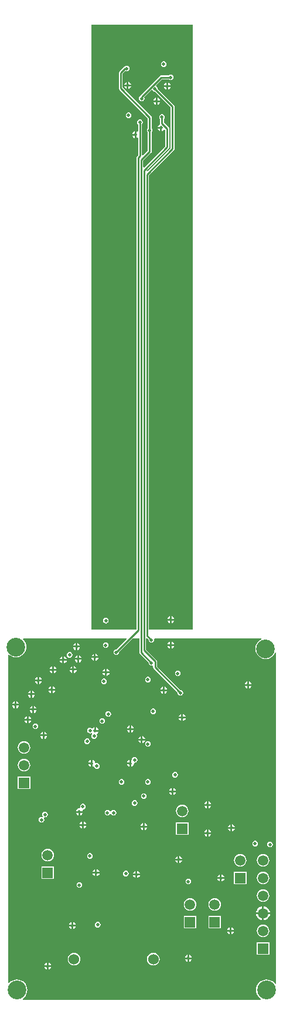
<source format=gbr>
%TF.GenerationSoftware,Altium Limited,Altium Designer,19.1.5 (86)*%
G04 Layer_Physical_Order=3*
G04 Layer_Color=16440176*
%FSLAX26Y26*%
%MOIN*%
%TF.FileFunction,Copper,L3,Inr,Signal*%
%TF.Part,Single*%
G01*
G75*
%TA.AperFunction,Conductor*%
%ADD36C,0.010000*%
%TA.AperFunction,ComponentPad*%
%ADD37R,0.059055X0.059055*%
%ADD38C,0.059055*%
%ADD39C,0.060000*%
%TA.AperFunction,ViaPad*%
%ADD40C,0.020000*%
%ADD41C,0.106299*%
G36*
X4717547Y3345000D02*
X4717255Y3344912D01*
X4706979Y3339419D01*
X4697972Y3332028D01*
X4690581Y3323021D01*
X4685088Y3312745D01*
X4681706Y3301595D01*
X4680564Y3290000D01*
X4681706Y3278405D01*
X4685088Y3267255D01*
X4690581Y3256979D01*
X4697972Y3247972D01*
X4706979Y3240581D01*
X4717255Y3235088D01*
X4728405Y3231706D01*
X4740000Y3230564D01*
X4751595Y3231706D01*
X4762745Y3235088D01*
X4773021Y3240581D01*
X4782028Y3247972D01*
X4789419Y3256979D01*
X4794912Y3267255D01*
X4795000Y3267547D01*
X4800000Y3266805D01*
Y1388187D01*
X4795000Y1386934D01*
X4794419Y1388021D01*
X4787028Y1397027D01*
X4778021Y1404419D01*
X4767745Y1409911D01*
X4756595Y1413294D01*
X4745000Y1414436D01*
X4733405Y1413294D01*
X4722255Y1409911D01*
X4711979Y1404419D01*
X4702972Y1397027D01*
X4695581Y1388021D01*
X4690088Y1377745D01*
X4686706Y1366595D01*
X4685564Y1355000D01*
X4686706Y1343405D01*
X4690088Y1332255D01*
X4695581Y1321979D01*
X4702972Y1312973D01*
X4711979Y1305581D01*
X4713066Y1305000D01*
X4711814Y1300000D01*
X3358186D01*
X3356934Y1305000D01*
X3358021Y1305581D01*
X3367028Y1312973D01*
X3374419Y1321979D01*
X3379912Y1332255D01*
X3383294Y1343405D01*
X3384436Y1355000D01*
X3383294Y1366595D01*
X3379912Y1377745D01*
X3374419Y1388021D01*
X3367028Y1397027D01*
X3358021Y1404419D01*
X3347745Y1409911D01*
X3336595Y1413294D01*
X3325000Y1414436D01*
X3313405Y1413294D01*
X3302255Y1409911D01*
X3291979Y1404419D01*
X3282972Y1397027D01*
X3280000Y1393406D01*
X3275000Y1395195D01*
Y3253944D01*
X3280000Y3256309D01*
X3286979Y3250581D01*
X3297255Y3245088D01*
X3308405Y3241706D01*
X3320000Y3240564D01*
X3331595Y3241706D01*
X3342745Y3245088D01*
X3353021Y3250581D01*
X3362028Y3257972D01*
X3369419Y3266979D01*
X3374912Y3277255D01*
X3378294Y3288405D01*
X3379436Y3300000D01*
X3378294Y3311595D01*
X3374912Y3322745D01*
X3369419Y3333021D01*
X3362028Y3342028D01*
X3358405Y3345000D01*
X3360195Y3350000D01*
X3947606D01*
X3949519Y3345381D01*
X3890377Y3286238D01*
X3890000Y3286314D01*
X3883757Y3285072D01*
X3878465Y3281535D01*
X3874928Y3276243D01*
X3873686Y3270000D01*
X3874928Y3263757D01*
X3878465Y3258465D01*
X3883757Y3254928D01*
X3890000Y3253686D01*
X3896243Y3254928D01*
X3901535Y3258465D01*
X3905072Y3263757D01*
X3906314Y3270000D01*
X3906238Y3270377D01*
X3985861Y3350000D01*
X4020785D01*
Y3268001D01*
X4020784Y3268000D01*
X4021638Y3263708D01*
X4024069Y3260069D01*
X4073762Y3210377D01*
X4073686Y3210000D01*
X4074928Y3203757D01*
X4078465Y3198465D01*
X4083757Y3194928D01*
X4090000Y3193686D01*
X4094784Y3194638D01*
X4099784Y3191739D01*
Y3184001D01*
X4099784Y3184000D01*
X4100638Y3179708D01*
X4103069Y3176069D01*
X4238762Y3040377D01*
X4238686Y3040000D01*
X4239928Y3033757D01*
X4243465Y3028465D01*
X4248757Y3024928D01*
X4255000Y3023686D01*
X4261243Y3024928D01*
X4266535Y3028465D01*
X4270072Y3033757D01*
X4271314Y3040000D01*
X4270072Y3046243D01*
X4266535Y3051535D01*
X4261243Y3055072D01*
X4255000Y3056314D01*
X4254623Y3056238D01*
X4122216Y3188646D01*
Y3218698D01*
X4122216Y3218698D01*
X4121362Y3222990D01*
X4118931Y3226629D01*
X4118930Y3226629D01*
X4059215Y3286344D01*
Y3349815D01*
X4064215Y3349923D01*
X4073762Y3340377D01*
X4073686Y3340000D01*
X4074928Y3333757D01*
X4078465Y3328465D01*
X4083757Y3324928D01*
X4090000Y3323686D01*
X4096243Y3324928D01*
X4101535Y3328465D01*
X4105072Y3333757D01*
X4106314Y3340000D01*
X4105319Y3345000D01*
X4108117Y3350000D01*
X4716805D01*
X4717547Y3345000D01*
D02*
G37*
G36*
X4325000Y3400000D02*
X4075215D01*
Y5974354D01*
X4217930Y6117069D01*
X4217931Y6117069D01*
X4220362Y6120708D01*
X4221216Y6125000D01*
X4221216Y6125001D01*
Y6364999D01*
X4221216Y6365000D01*
X4220362Y6369292D01*
X4217931Y6372931D01*
X4217930Y6372931D01*
X4126239Y6464623D01*
X4126314Y6465000D01*
X4125072Y6471243D01*
X4121535Y6476535D01*
X4117479Y6479245D01*
X4115994Y6484831D01*
X4149947Y6518784D01*
X4188251D01*
X4188465Y6518465D01*
X4193757Y6514928D01*
X4200000Y6513686D01*
X4206243Y6514928D01*
X4211535Y6518465D01*
X4215072Y6523757D01*
X4216314Y6530000D01*
X4215072Y6536243D01*
X4211535Y6541535D01*
X4206243Y6545072D01*
X4200000Y6546314D01*
X4193757Y6545072D01*
X4188465Y6541535D01*
X4188251Y6541216D01*
X4145302D01*
X4141010Y6540362D01*
X4137371Y6537931D01*
X4137371Y6537930D01*
X4027069Y6427629D01*
X4024638Y6423990D01*
X4024255Y6422063D01*
X4023465Y6421535D01*
X4019928Y6416243D01*
X4018686Y6410000D01*
X4019928Y6403757D01*
X4023465Y6398465D01*
X4028757Y6394928D01*
X4035000Y6393686D01*
X4041243Y6394928D01*
X4046535Y6398465D01*
X4050072Y6403757D01*
X4051314Y6410000D01*
X4050072Y6416243D01*
X4049004Y6417841D01*
X4090169Y6459006D01*
X4095755Y6457521D01*
X4098465Y6453465D01*
X4103757Y6449928D01*
X4110000Y6448686D01*
X4110377Y6448761D01*
X4198784Y6360354D01*
Y6129646D01*
X4067434Y5998295D01*
X4062009Y5999941D01*
X4061809Y6000948D01*
X4187930Y6127069D01*
X4187931Y6127069D01*
X4190362Y6130708D01*
X4191216Y6135000D01*
X4191216Y6135001D01*
Y6239698D01*
X4191216Y6239698D01*
X4190362Y6243990D01*
X4187931Y6247629D01*
X4161216Y6274344D01*
Y6293251D01*
X4161535Y6293465D01*
X4165072Y6298757D01*
X4166314Y6305000D01*
X4165072Y6311243D01*
X4161535Y6316535D01*
X4156243Y6320072D01*
X4150000Y6321314D01*
X4143757Y6320072D01*
X4138465Y6316535D01*
X4134928Y6311243D01*
X4133686Y6305000D01*
X4134928Y6298757D01*
X4138465Y6293465D01*
X4138784Y6293251D01*
Y6269699D01*
X4138784Y6269698D01*
X4138869Y6269270D01*
X4137196Y6263840D01*
X4130581Y6259419D01*
X4126160Y6252804D01*
X4125603Y6250000D01*
X4145000D01*
Y6245000D01*
X4150000D01*
Y6225603D01*
X4152804Y6226160D01*
X4159419Y6230581D01*
X4160203Y6231753D01*
X4166440Y6232631D01*
X4168784Y6230629D01*
Y6139646D01*
X4047835Y6018696D01*
X4043215Y6020610D01*
Y6057354D01*
X4087930Y6102069D01*
X4087931Y6102069D01*
X4090362Y6105708D01*
X4091216Y6110000D01*
X4091215Y6110001D01*
Y6218251D01*
X4091535Y6218465D01*
X4095072Y6223757D01*
X4096314Y6230000D01*
X4095072Y6236243D01*
X4091535Y6241535D01*
X4091215Y6241749D01*
Y6302752D01*
X4090362Y6307044D01*
X4087931Y6310682D01*
X4087930Y6310683D01*
X3926215Y6472398D01*
Y6550354D01*
X3941978Y6566117D01*
X3943757Y6564928D01*
X3950000Y6563686D01*
X3956243Y6564928D01*
X3961535Y6568465D01*
X3965072Y6573757D01*
X3966314Y6580000D01*
X3965072Y6586243D01*
X3961535Y6591535D01*
X3956243Y6595072D01*
X3950000Y6596314D01*
X3943757Y6595072D01*
X3938465Y6591535D01*
X3937983Y6590814D01*
X3935708Y6590362D01*
X3932069Y6587931D01*
X3932069Y6587930D01*
X3907069Y6562931D01*
X3904638Y6559292D01*
X3903784Y6555000D01*
X3903785Y6554999D01*
Y6467752D01*
X3903784Y6467752D01*
X3904638Y6463460D01*
X3907069Y6459821D01*
X4068785Y6298106D01*
Y6241749D01*
X4068465Y6241535D01*
X4064928Y6236243D01*
X4063686Y6230000D01*
X4064928Y6223757D01*
X4068465Y6218465D01*
X4068785Y6218251D01*
Y6114646D01*
X4041215Y6087077D01*
X4036215Y6089148D01*
Y6263251D01*
X4036535Y6263465D01*
X4040072Y6268757D01*
X4041314Y6275000D01*
X4040072Y6281243D01*
X4036535Y6286535D01*
X4031243Y6290072D01*
X4025000Y6291314D01*
X4018757Y6290072D01*
X4013465Y6286535D01*
X4009928Y6281243D01*
X4008686Y6275000D01*
X4009928Y6268757D01*
X4013465Y6263465D01*
X4013785Y6263251D01*
Y6225147D01*
X4009375Y6222790D01*
X4007804Y6223840D01*
X4005000Y6224397D01*
Y6205000D01*
Y6185603D01*
X4007804Y6186160D01*
X4009375Y6187210D01*
X4013785Y6184853D01*
Y6088646D01*
X4008069Y6082931D01*
X4005638Y6079292D01*
X4004784Y6075000D01*
X4004785Y6074999D01*
Y3400646D01*
X4004139Y3400000D01*
X3750000D01*
Y6830000D01*
X4325000D01*
Y3400000D01*
D02*
G37*
%LPC*%
G36*
X4205000Y3329397D02*
Y3315000D01*
X4219397D01*
X4218840Y3317804D01*
X4214419Y3324419D01*
X4207804Y3328840D01*
X4205000Y3329397D01*
D02*
G37*
G36*
X4195000D02*
X4192196Y3328840D01*
X4185581Y3324419D01*
X4181160Y3317804D01*
X4180603Y3315000D01*
X4195000D01*
Y3329397D01*
D02*
G37*
G36*
X3668718Y3321357D02*
Y3306960D01*
X3683115D01*
X3682557Y3309764D01*
X3678137Y3316379D01*
X3671521Y3320800D01*
X3668718Y3321357D01*
D02*
G37*
G36*
X3658718D02*
X3655914Y3320800D01*
X3649299Y3316379D01*
X3644878Y3309764D01*
X3644321Y3306960D01*
X3658718D01*
Y3321357D01*
D02*
G37*
G36*
X3830000Y3326314D02*
X3823757Y3325072D01*
X3818465Y3321535D01*
X3814928Y3316243D01*
X3813686Y3310000D01*
X3814928Y3303757D01*
X3818465Y3298465D01*
X3823757Y3294928D01*
X3830000Y3293686D01*
X3836243Y3294928D01*
X3841535Y3298465D01*
X3845072Y3303757D01*
X3846314Y3310000D01*
X3845072Y3316243D01*
X3841535Y3321535D01*
X3836243Y3325072D01*
X3830000Y3326314D01*
D02*
G37*
G36*
X4219397Y3305000D02*
X4205000D01*
Y3290603D01*
X4207804Y3291160D01*
X4214419Y3295581D01*
X4218840Y3302196D01*
X4219397Y3305000D01*
D02*
G37*
G36*
X4195000D02*
X4180603D01*
X4181160Y3302196D01*
X4185581Y3295581D01*
X4192196Y3291160D01*
X4195000Y3290603D01*
Y3305000D01*
D02*
G37*
G36*
X3683115Y3296960D02*
X3668718D01*
Y3282563D01*
X3671521Y3283120D01*
X3678137Y3287541D01*
X3682557Y3294157D01*
X3683115Y3296960D01*
D02*
G37*
G36*
X3658718D02*
X3644321D01*
X3644878Y3294157D01*
X3649299Y3287541D01*
X3655914Y3283120D01*
X3658718Y3282563D01*
Y3296960D01*
D02*
G37*
G36*
X3773317Y3261357D02*
Y3246960D01*
X3787714D01*
X3787157Y3249764D01*
X3782736Y3256379D01*
X3776121Y3260800D01*
X3773317Y3261357D01*
D02*
G37*
G36*
X3763317D02*
X3760514Y3260800D01*
X3753898Y3256379D01*
X3749477Y3249764D01*
X3748920Y3246960D01*
X3763317D01*
Y3261357D01*
D02*
G37*
G36*
X3625000Y3271314D02*
X3618757Y3270072D01*
X3613465Y3266535D01*
X3609928Y3261243D01*
X3608686Y3255000D01*
X3609928Y3248757D01*
X3613465Y3243465D01*
X3618757Y3239928D01*
X3625000Y3238686D01*
X3631243Y3239928D01*
X3636535Y3243465D01*
X3640072Y3248757D01*
X3641314Y3255000D01*
X3640072Y3261243D01*
X3636535Y3266535D01*
X3631243Y3270072D01*
X3625000Y3271314D01*
D02*
G37*
G36*
X3677912Y3251357D02*
Y3236960D01*
X3692309D01*
X3691752Y3239764D01*
X3687331Y3246379D01*
X3680716Y3250800D01*
X3677912Y3251357D01*
D02*
G37*
G36*
X3667912D02*
X3665108Y3250800D01*
X3658493Y3246379D01*
X3654072Y3239764D01*
X3653515Y3236960D01*
X3667912D01*
Y3251357D01*
D02*
G37*
G36*
X3593167Y3246357D02*
Y3231960D01*
X3607564D01*
X3607006Y3234764D01*
X3602586Y3241379D01*
X3595970Y3245800D01*
X3593167Y3246357D01*
D02*
G37*
G36*
X3583167D02*
X3580363Y3245800D01*
X3573747Y3241379D01*
X3569327Y3234764D01*
X3568769Y3231960D01*
X3583167D01*
Y3246357D01*
D02*
G37*
G36*
X3787714Y3236960D02*
X3773317D01*
Y3222563D01*
X3776121Y3223120D01*
X3782736Y3227541D01*
X3787157Y3234157D01*
X3787714Y3236960D01*
D02*
G37*
G36*
X3763317D02*
X3748920D01*
X3749477Y3234157D01*
X3753898Y3227541D01*
X3760514Y3223120D01*
X3763317Y3222563D01*
Y3236960D01*
D02*
G37*
G36*
X3692309Y3226960D02*
X3677912D01*
Y3212563D01*
X3680716Y3213120D01*
X3687331Y3217541D01*
X3691752Y3224157D01*
X3692309Y3226960D01*
D02*
G37*
G36*
X3667912D02*
X3653515D01*
X3654072Y3224157D01*
X3658493Y3217541D01*
X3665108Y3213120D01*
X3667912Y3212563D01*
Y3226960D01*
D02*
G37*
G36*
X3607564Y3221960D02*
X3593167D01*
Y3207563D01*
X3595970Y3208120D01*
X3602586Y3212541D01*
X3607006Y3219157D01*
X3607564Y3221960D01*
D02*
G37*
G36*
X3583167D02*
X3568769D01*
X3569327Y3219157D01*
X3573747Y3212541D01*
X3580363Y3208120D01*
X3583167Y3207563D01*
Y3221960D01*
D02*
G37*
G36*
X3650073Y3191357D02*
Y3176960D01*
X3664470D01*
X3663913Y3179764D01*
X3659492Y3186379D01*
X3652877Y3190800D01*
X3650073Y3191357D01*
D02*
G37*
G36*
X3640073D02*
X3637269Y3190800D01*
X3630654Y3186379D01*
X3626233Y3179764D01*
X3625676Y3176960D01*
X3640073D01*
Y3191357D01*
D02*
G37*
G36*
X3535000Y3189397D02*
Y3175000D01*
X3549397D01*
X3548840Y3177804D01*
X3544419Y3184419D01*
X3537804Y3188840D01*
X3535000Y3189397D01*
D02*
G37*
G36*
X3525000D02*
X3522196Y3188840D01*
X3515581Y3184419D01*
X3511160Y3177804D01*
X3510603Y3175000D01*
X3525000D01*
Y3189397D01*
D02*
G37*
G36*
X3836758Y3175371D02*
Y3160973D01*
X3851155D01*
X3850598Y3163777D01*
X3846177Y3170393D01*
X3839562Y3174813D01*
X3836758Y3175371D01*
D02*
G37*
G36*
X3826758D02*
X3823955Y3174813D01*
X3817339Y3170393D01*
X3812919Y3163777D01*
X3812361Y3160973D01*
X3826758D01*
Y3175371D01*
D02*
G37*
G36*
X3664470Y3166960D02*
X3650073D01*
Y3152563D01*
X3652877Y3153120D01*
X3659492Y3157541D01*
X3663913Y3164157D01*
X3664470Y3166960D01*
D02*
G37*
G36*
X3640073D02*
X3625676D01*
X3626233Y3164157D01*
X3630654Y3157541D01*
X3637269Y3153120D01*
X3640073Y3152563D01*
Y3166960D01*
D02*
G37*
G36*
X3549397Y3165000D02*
X3535000D01*
Y3150603D01*
X3537804Y3151160D01*
X3544419Y3155581D01*
X3548840Y3162196D01*
X3549397Y3165000D01*
D02*
G37*
G36*
X3525000D02*
X3510603D01*
X3511160Y3162196D01*
X3515581Y3155581D01*
X3522196Y3151160D01*
X3525000Y3150603D01*
Y3165000D01*
D02*
G37*
G36*
X3851155Y3150973D02*
X3836758D01*
Y3136576D01*
X3839562Y3137134D01*
X3846177Y3141554D01*
X3850598Y3148170D01*
X3851155Y3150973D01*
D02*
G37*
G36*
X3826758D02*
X3812361D01*
X3812919Y3148170D01*
X3817339Y3141554D01*
X3823955Y3137134D01*
X3826758Y3136576D01*
Y3150973D01*
D02*
G37*
G36*
X4240000Y3166314D02*
X4233757Y3165072D01*
X4228465Y3161535D01*
X4224928Y3156243D01*
X4223686Y3150000D01*
X4224928Y3143757D01*
X4228465Y3138465D01*
X4233757Y3134928D01*
X4240000Y3133686D01*
X4246243Y3134928D01*
X4251535Y3138465D01*
X4255072Y3143757D01*
X4256314Y3150000D01*
X4255072Y3156243D01*
X4251535Y3161535D01*
X4246243Y3165072D01*
X4240000Y3166314D01*
D02*
G37*
G36*
X3451758Y3128759D02*
Y3114362D01*
X3466155D01*
X3465598Y3117166D01*
X3461177Y3123781D01*
X3454562Y3128202D01*
X3451758Y3128759D01*
D02*
G37*
G36*
X3441758D02*
X3438955Y3128202D01*
X3432339Y3123781D01*
X3427919Y3117166D01*
X3427361Y3114362D01*
X3441758D01*
Y3128759D01*
D02*
G37*
G36*
X4070000Y3131314D02*
X4063757Y3130072D01*
X4058465Y3126535D01*
X4054928Y3121243D01*
X4053686Y3115000D01*
X4054928Y3108757D01*
X4058465Y3103465D01*
X4063757Y3099928D01*
X4070000Y3098686D01*
X4076243Y3099928D01*
X4081535Y3103465D01*
X4085072Y3108757D01*
X4086314Y3115000D01*
X4085072Y3121243D01*
X4081535Y3126535D01*
X4076243Y3130072D01*
X4070000Y3131314D01*
D02*
G37*
G36*
X4645000Y3104397D02*
Y3090000D01*
X4659397D01*
X4658840Y3092804D01*
X4654419Y3099419D01*
X4647804Y3103840D01*
X4645000Y3104397D01*
D02*
G37*
G36*
X4635000D02*
X4632196Y3103840D01*
X4625581Y3099419D01*
X4621160Y3092804D01*
X4620603Y3090000D01*
X4635000D01*
Y3104397D01*
D02*
G37*
G36*
X3466155Y3104362D02*
X3451758D01*
Y3089965D01*
X3454562Y3090522D01*
X3461177Y3094943D01*
X3465598Y3101558D01*
X3466155Y3104362D01*
D02*
G37*
G36*
X3441758D02*
X3427361D01*
X3427919Y3101558D01*
X3432339Y3094943D01*
X3438955Y3090522D01*
X3441758Y3089965D01*
Y3104362D01*
D02*
G37*
G36*
X3820000Y3121314D02*
X3813757Y3120072D01*
X3808465Y3116535D01*
X3804928Y3111243D01*
X3803686Y3105000D01*
X3804928Y3098757D01*
X3808465Y3093465D01*
X3813757Y3089928D01*
X3820000Y3088686D01*
X3826243Y3089928D01*
X3831535Y3093465D01*
X3835072Y3098757D01*
X3836314Y3105000D01*
X3835072Y3111243D01*
X3831535Y3116535D01*
X3826243Y3120072D01*
X3820000Y3121314D01*
D02*
G37*
G36*
X4659397Y3080000D02*
X4645000D01*
Y3065603D01*
X4647804Y3066160D01*
X4654419Y3070581D01*
X4658840Y3077196D01*
X4659397Y3080000D01*
D02*
G37*
G36*
X4635000D02*
X4620603D01*
X4621160Y3077196D01*
X4625581Y3070581D01*
X4632196Y3066160D01*
X4635000Y3065603D01*
Y3080000D01*
D02*
G37*
G36*
X3528215Y3077182D02*
Y3062784D01*
X3542612D01*
X3542055Y3065588D01*
X3537634Y3072204D01*
X3531019Y3076624D01*
X3528215Y3077182D01*
D02*
G37*
G36*
X3518215D02*
X3515411Y3076624D01*
X3508796Y3072204D01*
X3504375Y3065588D01*
X3503818Y3062784D01*
X3518215D01*
Y3077182D01*
D02*
G37*
G36*
X4165000Y3074397D02*
Y3060000D01*
X4179397D01*
X4178840Y3062804D01*
X4174419Y3069419D01*
X4167804Y3073840D01*
X4165000Y3074397D01*
D02*
G37*
G36*
X4155000D02*
X4152196Y3073840D01*
X4145581Y3069419D01*
X4141160Y3062804D01*
X4140603Y3060000D01*
X4155000D01*
Y3074397D01*
D02*
G37*
G36*
X3542612Y3052784D02*
X3528215D01*
Y3038387D01*
X3531019Y3038945D01*
X3537634Y3043365D01*
X3542055Y3049981D01*
X3542612Y3052784D01*
D02*
G37*
G36*
X3518215D02*
X3503818D01*
X3504375Y3049981D01*
X3508796Y3043365D01*
X3515411Y3038945D01*
X3518215Y3038387D01*
Y3052784D01*
D02*
G37*
G36*
X3411758Y3051357D02*
Y3036960D01*
X3426155D01*
X3425598Y3039764D01*
X3421177Y3046379D01*
X3414562Y3050800D01*
X3411758Y3051357D01*
D02*
G37*
G36*
X3401758D02*
X3398955Y3050800D01*
X3392339Y3046379D01*
X3387919Y3039764D01*
X3387361Y3036960D01*
X3401758D01*
Y3051357D01*
D02*
G37*
G36*
X4179397Y3050000D02*
X4165000D01*
Y3035603D01*
X4167804Y3036160D01*
X4174419Y3040581D01*
X4178840Y3047196D01*
X4179397Y3050000D01*
D02*
G37*
G36*
X4155000D02*
X4140603D01*
X4141160Y3047196D01*
X4145581Y3040581D01*
X4152196Y3036160D01*
X4155000Y3035603D01*
Y3050000D01*
D02*
G37*
G36*
X3426155Y3026960D02*
X3411758D01*
Y3012563D01*
X3414562Y3013120D01*
X3421177Y3017541D01*
X3425598Y3024157D01*
X3426155Y3026960D01*
D02*
G37*
G36*
X3401758D02*
X3387361D01*
X3387919Y3024157D01*
X3392339Y3017541D01*
X3398955Y3013120D01*
X3401758Y3012563D01*
Y3026960D01*
D02*
G37*
G36*
X3321758Y2991357D02*
Y2976960D01*
X3336155D01*
X3335598Y2979764D01*
X3331177Y2986379D01*
X3324562Y2990800D01*
X3321758Y2991357D01*
D02*
G37*
G36*
X3311758D02*
X3308955Y2990800D01*
X3302339Y2986379D01*
X3297919Y2979764D01*
X3297361Y2976960D01*
X3311758D01*
Y2991357D01*
D02*
G37*
G36*
X3336155Y2966960D02*
X3321758D01*
Y2952563D01*
X3324562Y2953120D01*
X3331177Y2957541D01*
X3335598Y2964157D01*
X3336155Y2966960D01*
D02*
G37*
G36*
X3311758D02*
X3297361D01*
X3297919Y2964157D01*
X3302339Y2957541D01*
X3308955Y2953120D01*
X3311758Y2952563D01*
Y2966960D01*
D02*
G37*
G36*
X3421723Y2964780D02*
Y2950383D01*
X3436120D01*
X3435562Y2953187D01*
X3431142Y2959802D01*
X3424526Y2964223D01*
X3421723Y2964780D01*
D02*
G37*
G36*
X3411723D02*
X3408919Y2964223D01*
X3402304Y2959802D01*
X3397883Y2953187D01*
X3397326Y2950383D01*
X3411723D01*
Y2964780D01*
D02*
G37*
G36*
X3436120Y2940383D02*
X3421723D01*
Y2925986D01*
X3424526Y2926544D01*
X3431142Y2930964D01*
X3435562Y2937580D01*
X3436120Y2940383D01*
D02*
G37*
G36*
X3411723D02*
X3397326D01*
X3397883Y2937580D01*
X3402304Y2930964D01*
X3408919Y2926544D01*
X3411723Y2925986D01*
Y2940383D01*
D02*
G37*
G36*
X4100000Y2951314D02*
X4093757Y2950072D01*
X4088465Y2946535D01*
X4084928Y2941243D01*
X4083686Y2935000D01*
X4084928Y2928757D01*
X4088465Y2923465D01*
X4093757Y2919928D01*
X4100000Y2918686D01*
X4106243Y2919928D01*
X4111535Y2923465D01*
X4115072Y2928757D01*
X4116314Y2935000D01*
X4115072Y2941243D01*
X4111535Y2946535D01*
X4106243Y2950072D01*
X4100000Y2951314D01*
D02*
G37*
G36*
X4270000Y2919397D02*
Y2905000D01*
X4284397D01*
X4283840Y2907804D01*
X4279419Y2914419D01*
X4272804Y2918840D01*
X4270000Y2919397D01*
D02*
G37*
G36*
X4260000D02*
X4257196Y2918840D01*
X4250581Y2914419D01*
X4246160Y2907804D01*
X4245603Y2905000D01*
X4260000D01*
Y2919397D01*
D02*
G37*
G36*
X3845000Y2936314D02*
X3838757Y2935072D01*
X3833465Y2931535D01*
X3829928Y2926243D01*
X3828686Y2920000D01*
X3829928Y2913757D01*
X3833465Y2908465D01*
X3838757Y2904928D01*
X3845000Y2903686D01*
X3851243Y2904928D01*
X3856535Y2908465D01*
X3860072Y2913757D01*
X3861314Y2920000D01*
X3860072Y2926243D01*
X3856535Y2931535D01*
X3851243Y2935072D01*
X3845000Y2936314D01*
D02*
G37*
G36*
X3391758Y2906357D02*
Y2891960D01*
X3406155D01*
X3405598Y2894764D01*
X3401177Y2901379D01*
X3394562Y2905800D01*
X3391758Y2906357D01*
D02*
G37*
G36*
X3381758D02*
X3378955Y2905800D01*
X3372339Y2901379D01*
X3367919Y2894764D01*
X3367361Y2891960D01*
X3381758D01*
Y2906357D01*
D02*
G37*
G36*
X4284397Y2895000D02*
X4270000D01*
Y2880603D01*
X4272804Y2881160D01*
X4279419Y2885581D01*
X4283840Y2892196D01*
X4284397Y2895000D01*
D02*
G37*
G36*
X4260000D02*
X4245603D01*
X4246160Y2892196D01*
X4250581Y2885581D01*
X4257196Y2881160D01*
X4260000Y2880603D01*
Y2895000D01*
D02*
G37*
G36*
X3406155Y2881960D02*
X3391758D01*
Y2867563D01*
X3394562Y2868120D01*
X3401177Y2872541D01*
X3405598Y2879157D01*
X3406155Y2881960D01*
D02*
G37*
G36*
X3381758D02*
X3367361D01*
X3367919Y2879157D01*
X3372339Y2872541D01*
X3378955Y2868120D01*
X3381758Y2867563D01*
Y2881960D01*
D02*
G37*
G36*
X3810000Y2896314D02*
X3803757Y2895072D01*
X3798465Y2891535D01*
X3794928Y2886243D01*
X3793686Y2880000D01*
X3794928Y2873757D01*
X3798465Y2868465D01*
X3803757Y2864928D01*
X3810000Y2863686D01*
X3816243Y2864928D01*
X3821535Y2868465D01*
X3825072Y2873757D01*
X3826314Y2880000D01*
X3825072Y2886243D01*
X3821535Y2891535D01*
X3816243Y2895072D01*
X3810000Y2896314D01*
D02*
G37*
G36*
X3975000Y2854397D02*
Y2840000D01*
X3989397D01*
X3988840Y2842804D01*
X3984419Y2849419D01*
X3977804Y2853840D01*
X3975000Y2854397D01*
D02*
G37*
G36*
X3965000D02*
X3962196Y2853840D01*
X3955581Y2849419D01*
X3951160Y2842804D01*
X3950603Y2840000D01*
X3965000D01*
Y2854397D01*
D02*
G37*
G36*
X3765000Y2844397D02*
X3762196Y2843840D01*
X3755581Y2839419D01*
X3755573Y2839409D01*
X3751857Y2837690D01*
X3749375Y2838682D01*
X3746664Y2840493D01*
X3745088Y2840806D01*
X3740421Y2841735D01*
X3734178Y2840493D01*
X3728886Y2836956D01*
X3725349Y2831664D01*
X3724108Y2825421D01*
X3725349Y2819178D01*
X3728886Y2813886D01*
X3734178Y2810349D01*
X3740421Y2809108D01*
X3746664Y2810349D01*
X3748907Y2811848D01*
X3751131Y2810532D01*
X3752157Y2804578D01*
X3749928Y2801243D01*
X3748686Y2795000D01*
X3749928Y2788757D01*
X3753465Y2783465D01*
X3758757Y2779928D01*
X3765000Y2778686D01*
X3771243Y2779928D01*
X3776535Y2783465D01*
X3780072Y2788757D01*
X3781314Y2795000D01*
X3780072Y2801243D01*
X3777414Y2805220D01*
X3777804Y2806160D01*
X3784419Y2810581D01*
X3788840Y2817196D01*
X3789397Y2820000D01*
X3770000D01*
Y2825000D01*
X3765000D01*
Y2844397D01*
D02*
G37*
G36*
X3430000Y2866314D02*
X3423757Y2865072D01*
X3418465Y2861535D01*
X3414928Y2856243D01*
X3413686Y2850000D01*
X3414928Y2843757D01*
X3418465Y2838465D01*
X3423757Y2834928D01*
X3430000Y2833686D01*
X3436243Y2834928D01*
X3441535Y2838465D01*
X3445072Y2843757D01*
X3446314Y2850000D01*
X3445072Y2856243D01*
X3441535Y2861535D01*
X3436243Y2865072D01*
X3430000Y2866314D01*
D02*
G37*
G36*
X3775000Y2844397D02*
Y2830000D01*
X3789397D01*
X3788840Y2832804D01*
X3784419Y2839419D01*
X3777804Y2843840D01*
X3775000Y2844397D01*
D02*
G37*
G36*
X3989397Y2830000D02*
X3975000D01*
Y2815603D01*
X3977804Y2816160D01*
X3984419Y2820581D01*
X3988840Y2827196D01*
X3989397Y2830000D01*
D02*
G37*
G36*
X3965000D02*
X3950603D01*
X3951160Y2827196D01*
X3955581Y2820581D01*
X3962196Y2816160D01*
X3965000Y2815603D01*
Y2830000D01*
D02*
G37*
G36*
X3482008Y2818244D02*
Y2803846D01*
X3496405D01*
X3495848Y2806650D01*
X3491427Y2813266D01*
X3484812Y2817686D01*
X3482008Y2818244D01*
D02*
G37*
G36*
X3472008D02*
X3469204Y2817686D01*
X3462589Y2813266D01*
X3458168Y2806650D01*
X3457611Y2803846D01*
X3472008D01*
Y2818244D01*
D02*
G37*
G36*
X4040000Y2794397D02*
Y2780000D01*
X4054397D01*
X4053840Y2782804D01*
X4049419Y2789419D01*
X4042804Y2793840D01*
X4040000Y2794397D01*
D02*
G37*
G36*
X4030000D02*
X4027196Y2793840D01*
X4020581Y2789419D01*
X4016160Y2782804D01*
X4015603Y2780000D01*
X4030000D01*
Y2794397D01*
D02*
G37*
G36*
X3496405Y2793846D02*
X3482008D01*
Y2779449D01*
X3484812Y2780007D01*
X3491427Y2784427D01*
X3495848Y2791043D01*
X3496405Y2793846D01*
D02*
G37*
G36*
X3472008D02*
X3457611D01*
X3458168Y2791043D01*
X3462589Y2784427D01*
X3469204Y2780007D01*
X3472008Y2779449D01*
Y2793846D01*
D02*
G37*
G36*
X4054397Y2770000D02*
X4040000D01*
Y2755603D01*
X4042804Y2756160D01*
X4049419Y2760581D01*
X4053840Y2767196D01*
X4054397Y2770000D01*
D02*
G37*
G36*
X4030000D02*
X4015603D01*
X4016160Y2767196D01*
X4020581Y2760581D01*
X4027196Y2756160D01*
X4030000Y2755603D01*
Y2770000D01*
D02*
G37*
G36*
X3725000Y2781314D02*
X3718757Y2780072D01*
X3713465Y2776535D01*
X3709928Y2771243D01*
X3708686Y2765000D01*
X3709928Y2758757D01*
X3713465Y2753465D01*
X3718757Y2749928D01*
X3725000Y2748686D01*
X3731243Y2749928D01*
X3736535Y2753465D01*
X3740072Y2758757D01*
X3741314Y2765000D01*
X3740072Y2771243D01*
X3736535Y2776535D01*
X3731243Y2780072D01*
X3725000Y2781314D01*
D02*
G37*
G36*
X4070000Y2766314D02*
X4063757Y2765072D01*
X4058465Y2761535D01*
X4054928Y2756243D01*
X4053686Y2750000D01*
X4054928Y2743757D01*
X4058465Y2738465D01*
X4063757Y2734928D01*
X4070000Y2733686D01*
X4076243Y2734928D01*
X4081535Y2738465D01*
X4085072Y2743757D01*
X4086314Y2750000D01*
X4085072Y2756243D01*
X4081535Y2761535D01*
X4076243Y2765072D01*
X4070000Y2766314D01*
D02*
G37*
G36*
X3365000Y2765834D02*
X3355726Y2764613D01*
X3347083Y2761033D01*
X3339662Y2755338D01*
X3333967Y2747917D01*
X3330387Y2739274D01*
X3329166Y2730000D01*
X3330387Y2720726D01*
X3333967Y2712083D01*
X3339662Y2704662D01*
X3347083Y2698967D01*
X3355726Y2695387D01*
X3365000Y2694166D01*
X3374274Y2695387D01*
X3382917Y2698967D01*
X3390338Y2704662D01*
X3396033Y2712083D01*
X3399613Y2720726D01*
X3400834Y2730000D01*
X3399613Y2739274D01*
X3396033Y2747917D01*
X3390338Y2755338D01*
X3382917Y2761033D01*
X3374274Y2764613D01*
X3365000Y2765834D01*
D02*
G37*
G36*
X3965000Y2659397D02*
X3962196Y2658840D01*
X3955581Y2654419D01*
X3951160Y2647804D01*
X3950603Y2645000D01*
X3965000D01*
Y2659397D01*
D02*
G37*
G36*
X3745000D02*
X3742196Y2658840D01*
X3735581Y2654419D01*
X3731160Y2647804D01*
X3730603Y2645000D01*
X3745000D01*
Y2659397D01*
D02*
G37*
G36*
X3995000Y2676314D02*
X3988757Y2675072D01*
X3983465Y2671535D01*
X3979928Y2666243D01*
X3979332Y2663245D01*
X3978192Y2659960D01*
X3975000Y2659704D01*
Y2640000D01*
Y2620603D01*
X3977804Y2621160D01*
X3984419Y2625581D01*
X3988840Y2632196D01*
X3990297Y2639524D01*
X3990994Y2641057D01*
X3993852Y2643915D01*
X3995000Y2643686D01*
X4001243Y2644928D01*
X4006535Y2648465D01*
X4010072Y2653757D01*
X4011314Y2660000D01*
X4010072Y2666243D01*
X4006535Y2671535D01*
X4001243Y2675072D01*
X3995000Y2676314D01*
D02*
G37*
G36*
X3965000Y2635000D02*
X3950603D01*
X3951160Y2632196D01*
X3955581Y2625581D01*
X3962196Y2621160D01*
X3965000Y2620603D01*
Y2635000D01*
D02*
G37*
G36*
X3745000D02*
X3730603D01*
X3731160Y2632196D01*
X3735581Y2625581D01*
X3742196Y2621160D01*
X3745000Y2620603D01*
Y2635000D01*
D02*
G37*
G36*
X3755000Y2659397D02*
Y2640000D01*
Y2620603D01*
X3757804Y2621160D01*
X3759171Y2622074D01*
X3764726Y2619773D01*
X3764928Y2618757D01*
X3768465Y2613465D01*
X3773757Y2609928D01*
X3780000Y2608686D01*
X3786243Y2609928D01*
X3791535Y2613465D01*
X3795072Y2618757D01*
X3796314Y2625000D01*
X3795072Y2631243D01*
X3791535Y2636535D01*
X3786243Y2640072D01*
X3780000Y2641314D01*
X3775172Y2640353D01*
X3770819Y2642483D01*
X3769718Y2643387D01*
X3768840Y2647804D01*
X3764419Y2654419D01*
X3757804Y2658840D01*
X3755000Y2659397D01*
D02*
G37*
G36*
X3365000Y2665834D02*
X3355726Y2664613D01*
X3347083Y2661033D01*
X3339662Y2655338D01*
X3333967Y2647917D01*
X3330387Y2639274D01*
X3329166Y2630000D01*
X3330387Y2620726D01*
X3333967Y2612083D01*
X3339662Y2604662D01*
X3347083Y2598967D01*
X3355726Y2595387D01*
X3365000Y2594166D01*
X3374274Y2595387D01*
X3382917Y2598967D01*
X3390338Y2604662D01*
X3396033Y2612083D01*
X3399613Y2620726D01*
X3400834Y2630000D01*
X3399613Y2639274D01*
X3396033Y2647917D01*
X3390338Y2655338D01*
X3382917Y2661033D01*
X3374274Y2664613D01*
X3365000Y2665834D01*
D02*
G37*
G36*
X4225000Y2591314D02*
X4218757Y2590072D01*
X4213465Y2586535D01*
X4209928Y2581243D01*
X4208686Y2575000D01*
X4209928Y2568757D01*
X4213465Y2563465D01*
X4218757Y2559928D01*
X4225000Y2558686D01*
X4231243Y2559928D01*
X4236535Y2563465D01*
X4240072Y2568757D01*
X4241314Y2575000D01*
X4240072Y2581243D01*
X4236535Y2586535D01*
X4231243Y2590072D01*
X4225000Y2591314D01*
D02*
G37*
G36*
X4070000Y2551314D02*
X4063757Y2550072D01*
X4058465Y2546535D01*
X4054928Y2541243D01*
X4053686Y2535000D01*
X4054928Y2528757D01*
X4058465Y2523465D01*
X4063757Y2519928D01*
X4070000Y2518686D01*
X4076243Y2519928D01*
X4081535Y2523465D01*
X4085072Y2528757D01*
X4086314Y2535000D01*
X4085072Y2541243D01*
X4081535Y2546535D01*
X4076243Y2550072D01*
X4070000Y2551314D01*
D02*
G37*
G36*
X3920000D02*
X3913757Y2550072D01*
X3908465Y2546535D01*
X3904928Y2541243D01*
X3903686Y2535000D01*
X3904928Y2528757D01*
X3908465Y2523465D01*
X3913757Y2519928D01*
X3920000Y2518686D01*
X3926243Y2519928D01*
X3931535Y2523465D01*
X3935072Y2528757D01*
X3936314Y2535000D01*
X3935072Y2541243D01*
X3931535Y2546535D01*
X3926243Y2550072D01*
X3920000Y2551314D01*
D02*
G37*
G36*
X3400528Y2565528D02*
X3329472D01*
Y2494472D01*
X3400528D01*
Y2565528D01*
D02*
G37*
G36*
X4215000Y2499397D02*
Y2485000D01*
X4229397D01*
X4228840Y2487804D01*
X4224419Y2494419D01*
X4217804Y2498840D01*
X4215000Y2499397D01*
D02*
G37*
G36*
X4205000D02*
X4202196Y2498840D01*
X4195581Y2494419D01*
X4191160Y2487804D01*
X4190603Y2485000D01*
X4205000D01*
Y2499397D01*
D02*
G37*
G36*
X4229397Y2475000D02*
X4215000D01*
Y2460603D01*
X4217804Y2461160D01*
X4224419Y2465581D01*
X4228840Y2472196D01*
X4229397Y2475000D01*
D02*
G37*
G36*
X4205000D02*
X4190603D01*
X4191160Y2472196D01*
X4195581Y2465581D01*
X4202196Y2461160D01*
X4205000Y2460603D01*
Y2475000D01*
D02*
G37*
G36*
X4046575Y2469738D02*
X4040332Y2468497D01*
X4035040Y2464960D01*
X4031503Y2459668D01*
X4030262Y2453425D01*
X4031503Y2447182D01*
X4035040Y2441890D01*
X4040332Y2438353D01*
X4046575Y2437111D01*
X4052818Y2438353D01*
X4058110Y2441890D01*
X4061647Y2447182D01*
X4062889Y2453425D01*
X4061647Y2459668D01*
X4058110Y2464960D01*
X4052818Y2468497D01*
X4046575Y2469738D01*
D02*
G37*
G36*
X4415000Y2424397D02*
Y2410000D01*
X4429397D01*
X4428840Y2412804D01*
X4424419Y2419419D01*
X4417804Y2423840D01*
X4415000Y2424397D01*
D02*
G37*
G36*
X4405000D02*
X4402196Y2423840D01*
X4395581Y2419419D01*
X4391160Y2412804D01*
X4390603Y2410000D01*
X4405000D01*
Y2424397D01*
D02*
G37*
G36*
X3995000Y2431314D02*
X3988757Y2430072D01*
X3983465Y2426535D01*
X3979928Y2421243D01*
X3978686Y2415000D01*
X3979928Y2408757D01*
X3983465Y2403465D01*
X3988757Y2399928D01*
X3995000Y2398686D01*
X4001243Y2399928D01*
X4006535Y2403465D01*
X4010072Y2408757D01*
X4011314Y2415000D01*
X4010072Y2421243D01*
X4006535Y2426535D01*
X4001243Y2430072D01*
X3995000Y2431314D01*
D02*
G37*
G36*
X4429397Y2400000D02*
X4415000D01*
Y2385603D01*
X4417804Y2386160D01*
X4424419Y2390581D01*
X4428840Y2397196D01*
X4429397Y2400000D01*
D02*
G37*
G36*
X4405000D02*
X4390603D01*
X4391160Y2397196D01*
X4395581Y2390581D01*
X4402196Y2386160D01*
X4405000Y2385603D01*
Y2400000D01*
D02*
G37*
G36*
X3700000Y2411314D02*
X3693757Y2410072D01*
X3688465Y2406535D01*
X3684928Y2401243D01*
X3683686Y2395000D01*
X3684773Y2389541D01*
X3683044Y2386849D01*
X3681342Y2385125D01*
X3680000Y2385392D01*
X3672196Y2383840D01*
X3665581Y2379419D01*
X3661160Y2372804D01*
X3660603Y2370000D01*
X3699397D01*
X3698840Y2372804D01*
X3698057Y2373975D01*
X3698959Y2376162D01*
X3700814Y2378848D01*
X3706243Y2379928D01*
X3711535Y2383465D01*
X3715072Y2388757D01*
X3716314Y2395000D01*
X3715072Y2401243D01*
X3711535Y2406535D01*
X3706243Y2410072D01*
X3700000Y2411314D01*
D02*
G37*
G36*
X3875000Y2376314D02*
X3868757Y2375072D01*
X3863465Y2371535D01*
X3860114Y2366521D01*
X3857977Y2366243D01*
X3857023D01*
X3854886Y2366521D01*
X3851535Y2371535D01*
X3846243Y2375072D01*
X3840000Y2376314D01*
X3833757Y2375072D01*
X3828465Y2371535D01*
X3824928Y2366243D01*
X3823686Y2360000D01*
X3824928Y2353757D01*
X3828465Y2348465D01*
X3833757Y2344928D01*
X3840000Y2343686D01*
X3846243Y2344928D01*
X3851535Y2348465D01*
X3854886Y2353479D01*
X3857023Y2353757D01*
X3857977D01*
X3860114Y2353479D01*
X3863465Y2348465D01*
X3868757Y2344928D01*
X3875000Y2343686D01*
X3881243Y2344928D01*
X3886535Y2348465D01*
X3890072Y2353757D01*
X3891314Y2360000D01*
X3890072Y2366243D01*
X3886535Y2371535D01*
X3881243Y2375072D01*
X3875000Y2376314D01*
D02*
G37*
G36*
X3699397Y2360000D02*
X3685000D01*
Y2345603D01*
X3687804Y2346160D01*
X3694419Y2350581D01*
X3698840Y2357196D01*
X3699397Y2360000D01*
D02*
G37*
G36*
X3675000D02*
X3660603D01*
X3661160Y2357196D01*
X3665581Y2350581D01*
X3672196Y2346160D01*
X3675000Y2345603D01*
Y2360000D01*
D02*
G37*
G36*
X3485000Y2366314D02*
X3478757Y2365072D01*
X3473465Y2361535D01*
X3469928Y2356243D01*
X3468686Y2350000D01*
X3469928Y2343757D01*
X3472646Y2339690D01*
X3469797Y2335359D01*
X3465000Y2336314D01*
X3458757Y2335072D01*
X3453465Y2331535D01*
X3449928Y2326243D01*
X3448686Y2320000D01*
X3449928Y2313757D01*
X3453465Y2308465D01*
X3458757Y2304928D01*
X3465000Y2303686D01*
X3471243Y2304928D01*
X3476535Y2308465D01*
X3480072Y2313757D01*
X3481314Y2320000D01*
X3480072Y2326243D01*
X3477354Y2330310D01*
X3480203Y2334641D01*
X3485000Y2333686D01*
X3491243Y2334928D01*
X3496535Y2338465D01*
X3500072Y2343757D01*
X3501314Y2350000D01*
X3500072Y2356243D01*
X3496535Y2361535D01*
X3491243Y2365072D01*
X3485000Y2366314D01*
D02*
G37*
G36*
X4265000Y2405834D02*
X4255725Y2404613D01*
X4247083Y2401033D01*
X4239662Y2395338D01*
X4233967Y2387917D01*
X4230387Y2379274D01*
X4229166Y2370000D01*
X4230387Y2360726D01*
X4233967Y2352083D01*
X4239662Y2344662D01*
X4247083Y2338967D01*
X4255725Y2335387D01*
X4265000Y2334166D01*
X4274275Y2335387D01*
X4282917Y2338967D01*
X4290338Y2344662D01*
X4296033Y2352083D01*
X4299613Y2360726D01*
X4300834Y2370000D01*
X4299613Y2379274D01*
X4296033Y2387917D01*
X4290338Y2395338D01*
X4282917Y2401033D01*
X4274275Y2404613D01*
X4265000Y2405834D01*
D02*
G37*
G36*
X3705000Y2309397D02*
Y2295000D01*
X3719397D01*
X3718840Y2297804D01*
X3714419Y2304419D01*
X3707804Y2308840D01*
X3705000Y2309397D01*
D02*
G37*
G36*
X3695000D02*
X3692196Y2308840D01*
X3685581Y2304419D01*
X3681160Y2297804D01*
X3680603Y2295000D01*
X3695000D01*
Y2309397D01*
D02*
G37*
G36*
X4051707Y2301105D02*
Y2286707D01*
X4066105D01*
X4065547Y2289511D01*
X4061127Y2296127D01*
X4054511Y2300547D01*
X4051707Y2301105D01*
D02*
G37*
G36*
X4041707D02*
X4038904Y2300547D01*
X4032288Y2296127D01*
X4027868Y2289511D01*
X4027310Y2286707D01*
X4041707D01*
Y2301105D01*
D02*
G37*
G36*
X4550000Y2294397D02*
Y2280000D01*
X4564397D01*
X4563840Y2282804D01*
X4559419Y2289419D01*
X4552804Y2293840D01*
X4550000Y2294397D01*
D02*
G37*
G36*
X4540000D02*
X4537196Y2293840D01*
X4530581Y2289419D01*
X4526160Y2282804D01*
X4525603Y2280000D01*
X4540000D01*
Y2294397D01*
D02*
G37*
G36*
X3719397Y2285000D02*
X3705000D01*
Y2270603D01*
X3707804Y2271160D01*
X3714419Y2275581D01*
X3718840Y2282196D01*
X3719397Y2285000D01*
D02*
G37*
G36*
X3695000D02*
X3680603D01*
X3681160Y2282196D01*
X3685581Y2275581D01*
X3692196Y2271160D01*
X3695000Y2270603D01*
Y2285000D01*
D02*
G37*
G36*
X4066105Y2276707D02*
X4051707D01*
Y2262310D01*
X4054511Y2262868D01*
X4061127Y2267288D01*
X4065547Y2273904D01*
X4066105Y2276707D01*
D02*
G37*
G36*
X4041707D02*
X4027310D01*
X4027868Y2273904D01*
X4032288Y2267288D01*
X4038904Y2262868D01*
X4041707Y2262310D01*
Y2276707D01*
D02*
G37*
G36*
X4564397Y2270000D02*
X4550000D01*
Y2255603D01*
X4552804Y2256160D01*
X4559419Y2260581D01*
X4563840Y2267196D01*
X4564397Y2270000D01*
D02*
G37*
G36*
X4540000D02*
X4525603D01*
X4526160Y2267196D01*
X4530581Y2260581D01*
X4537196Y2256160D01*
X4540000Y2255603D01*
Y2270000D01*
D02*
G37*
G36*
X4415000Y2264397D02*
Y2250000D01*
X4429397D01*
X4428840Y2252804D01*
X4424419Y2259419D01*
X4417804Y2263840D01*
X4415000Y2264397D01*
D02*
G37*
G36*
X4405000D02*
X4402196Y2263840D01*
X4395581Y2259419D01*
X4391160Y2252804D01*
X4390603Y2250000D01*
X4405000D01*
Y2264397D01*
D02*
G37*
G36*
X4300528Y2305528D02*
X4229472D01*
Y2234472D01*
X4300528D01*
Y2305528D01*
D02*
G37*
G36*
X4429397Y2240000D02*
X4415000D01*
Y2225603D01*
X4417804Y2226160D01*
X4424419Y2230581D01*
X4428840Y2237196D01*
X4429397Y2240000D01*
D02*
G37*
G36*
X4405000D02*
X4390603D01*
X4391160Y2237196D01*
X4395581Y2230581D01*
X4402196Y2226160D01*
X4405000Y2225603D01*
Y2240000D01*
D02*
G37*
G36*
X4680000Y2201314D02*
X4673757Y2200072D01*
X4668465Y2196535D01*
X4664928Y2191243D01*
X4663686Y2185000D01*
X4664928Y2178757D01*
X4668465Y2173465D01*
X4673757Y2169928D01*
X4680000Y2168686D01*
X4686243Y2169928D01*
X4691535Y2173465D01*
X4695072Y2178757D01*
X4696314Y2185000D01*
X4695072Y2191243D01*
X4691535Y2196535D01*
X4686243Y2200072D01*
X4680000Y2201314D01*
D02*
G37*
G36*
X4765000Y2196314D02*
X4758757Y2195072D01*
X4753465Y2191535D01*
X4749928Y2186243D01*
X4748686Y2180000D01*
X4749928Y2173757D01*
X4753465Y2168465D01*
X4758757Y2164928D01*
X4765000Y2163686D01*
X4771243Y2164928D01*
X4776535Y2168465D01*
X4780072Y2173757D01*
X4781314Y2180000D01*
X4780072Y2186243D01*
X4776535Y2191535D01*
X4771243Y2195072D01*
X4765000Y2196314D01*
D02*
G37*
G36*
X4250000Y2114397D02*
Y2100000D01*
X4264397D01*
X4263840Y2102804D01*
X4259419Y2109419D01*
X4252804Y2113840D01*
X4250000Y2114397D01*
D02*
G37*
G36*
X4240000D02*
X4237196Y2113840D01*
X4230581Y2109419D01*
X4226160Y2102804D01*
X4225603Y2100000D01*
X4240000D01*
Y2114397D01*
D02*
G37*
G36*
X3740000Y2131314D02*
X3733757Y2130072D01*
X3728465Y2126535D01*
X3724928Y2121243D01*
X3723686Y2115000D01*
X3724928Y2108757D01*
X3728465Y2103465D01*
X3733757Y2099928D01*
X3740000Y2098686D01*
X3746243Y2099928D01*
X3751535Y2103465D01*
X3755072Y2108757D01*
X3756314Y2115000D01*
X3755072Y2121243D01*
X3751535Y2126535D01*
X3746243Y2130072D01*
X3740000Y2131314D01*
D02*
G37*
G36*
X3500000Y2155834D02*
X3490726Y2154613D01*
X3482083Y2151033D01*
X3474662Y2145338D01*
X3468967Y2137917D01*
X3465387Y2129274D01*
X3464166Y2120000D01*
X3465387Y2110726D01*
X3468967Y2102083D01*
X3474662Y2094662D01*
X3482083Y2088967D01*
X3490726Y2085387D01*
X3500000Y2084166D01*
X3509274Y2085387D01*
X3517917Y2088967D01*
X3525338Y2094662D01*
X3531033Y2102083D01*
X3534613Y2110726D01*
X3535834Y2120000D01*
X3534613Y2129274D01*
X3531033Y2137917D01*
X3525338Y2145338D01*
X3517917Y2151033D01*
X3509274Y2154613D01*
X3500000Y2155834D01*
D02*
G37*
G36*
X4264397Y2090000D02*
X4250000D01*
Y2075603D01*
X4252804Y2076160D01*
X4259419Y2080581D01*
X4263840Y2087196D01*
X4264397Y2090000D01*
D02*
G37*
G36*
X4240000D02*
X4225603D01*
X4226160Y2087196D01*
X4230581Y2080581D01*
X4237196Y2076160D01*
X4240000Y2075603D01*
Y2090000D01*
D02*
G37*
G36*
X4725000Y2125834D02*
X4715725Y2124613D01*
X4707083Y2121033D01*
X4699662Y2115338D01*
X4693967Y2107917D01*
X4690387Y2099274D01*
X4689166Y2090000D01*
X4690387Y2080726D01*
X4693967Y2072083D01*
X4699662Y2064662D01*
X4707083Y2058967D01*
X4715725Y2055387D01*
X4725000Y2054166D01*
X4734275Y2055387D01*
X4742917Y2058967D01*
X4750338Y2064662D01*
X4756033Y2072083D01*
X4759613Y2080726D01*
X4760834Y2090000D01*
X4759613Y2099274D01*
X4756033Y2107917D01*
X4750338Y2115338D01*
X4742917Y2121033D01*
X4734275Y2124613D01*
X4725000Y2125834D01*
D02*
G37*
G36*
X4595000D02*
X4585725Y2124613D01*
X4577083Y2121033D01*
X4569662Y2115338D01*
X4563967Y2107917D01*
X4560387Y2099274D01*
X4559166Y2090000D01*
X4560387Y2080726D01*
X4563967Y2072083D01*
X4569662Y2064662D01*
X4577083Y2058967D01*
X4585725Y2055387D01*
X4595000Y2054166D01*
X4604275Y2055387D01*
X4612917Y2058967D01*
X4620338Y2064662D01*
X4626033Y2072083D01*
X4629613Y2080726D01*
X4630834Y2090000D01*
X4629613Y2099274D01*
X4626033Y2107917D01*
X4620338Y2115338D01*
X4612917Y2121033D01*
X4604275Y2124613D01*
X4595000Y2125834D01*
D02*
G37*
G36*
X3780000Y2039397D02*
Y2025000D01*
X3794397D01*
X3793840Y2027804D01*
X3789419Y2034419D01*
X3782804Y2038840D01*
X3780000Y2039397D01*
D02*
G37*
G36*
X3770000D02*
X3767196Y2038840D01*
X3760581Y2034419D01*
X3756160Y2027804D01*
X3755603Y2025000D01*
X3770000D01*
Y2039397D01*
D02*
G37*
G36*
X4010000Y2029397D02*
Y2015000D01*
X4024397D01*
X4023840Y2017804D01*
X4019419Y2024419D01*
X4012804Y2028840D01*
X4010000Y2029397D01*
D02*
G37*
G36*
X4000000D02*
X3997196Y2028840D01*
X3990581Y2024419D01*
X3986160Y2017804D01*
X3985603Y2015000D01*
X4000000D01*
Y2029397D01*
D02*
G37*
G36*
X3794397Y2015000D02*
X3780000D01*
Y2000603D01*
X3782804Y2001160D01*
X3789419Y2005581D01*
X3793840Y2012196D01*
X3794397Y2015000D01*
D02*
G37*
G36*
X3770000D02*
X3755603D01*
X3756160Y2012196D01*
X3760581Y2005581D01*
X3767196Y2001160D01*
X3770000Y2000603D01*
Y2015000D01*
D02*
G37*
G36*
X3945000Y2031313D02*
X3938757Y2030072D01*
X3933465Y2026535D01*
X3929928Y2021243D01*
X3928686Y2015000D01*
X3929928Y2008757D01*
X3933465Y2003465D01*
X3938757Y1999928D01*
X3945000Y1998687D01*
X3951243Y1999928D01*
X3956535Y2003465D01*
X3960072Y2008757D01*
X3961314Y2015000D01*
X3960072Y2021243D01*
X3956535Y2026535D01*
X3951243Y2030072D01*
X3945000Y2031313D01*
D02*
G37*
G36*
X4490000Y2009397D02*
Y1995000D01*
X4504397D01*
X4503840Y1997804D01*
X4499419Y2004419D01*
X4492804Y2008840D01*
X4490000Y2009397D01*
D02*
G37*
G36*
X4480000D02*
X4477196Y2008840D01*
X4470581Y2004419D01*
X4466160Y1997804D01*
X4465603Y1995000D01*
X4480000D01*
Y2009397D01*
D02*
G37*
G36*
X4024397Y2005000D02*
X4010000D01*
Y1990603D01*
X4012804Y1991160D01*
X4019419Y1995581D01*
X4023840Y2002196D01*
X4024397Y2005000D01*
D02*
G37*
G36*
X4000000D02*
X3985603D01*
X3986160Y2002196D01*
X3990581Y1995581D01*
X3997196Y1991160D01*
X4000000Y1990603D01*
Y2005000D01*
D02*
G37*
G36*
X3535528Y2055528D02*
X3464472D01*
Y1984473D01*
X3535528D01*
Y2055528D01*
D02*
G37*
G36*
X4504397Y1985000D02*
X4490000D01*
Y1970603D01*
X4492804Y1971160D01*
X4499419Y1975581D01*
X4503840Y1982196D01*
X4504397Y1985000D01*
D02*
G37*
G36*
X4480000D02*
X4465603D01*
X4466160Y1982196D01*
X4470581Y1975581D01*
X4477196Y1971160D01*
X4480000Y1970603D01*
Y1985000D01*
D02*
G37*
G36*
X4630528Y2025527D02*
X4559472D01*
Y1954473D01*
X4630528D01*
Y2025527D01*
D02*
G37*
G36*
X4725000Y2025834D02*
X4715725Y2024613D01*
X4707083Y2021033D01*
X4699662Y2015339D01*
X4693967Y2007917D01*
X4690387Y1999274D01*
X4689166Y1990000D01*
X4690387Y1980726D01*
X4693967Y1972083D01*
X4699662Y1964661D01*
X4707083Y1958967D01*
X4715725Y1955387D01*
X4725000Y1954166D01*
X4734275Y1955387D01*
X4742917Y1958967D01*
X4750338Y1964661D01*
X4756033Y1972083D01*
X4759613Y1980726D01*
X4760834Y1990000D01*
X4759613Y1999274D01*
X4756033Y2007917D01*
X4750338Y2015339D01*
X4742917Y2021033D01*
X4734275Y2024613D01*
X4725000Y2025834D01*
D02*
G37*
G36*
X4300000Y1986313D02*
X4293757Y1985072D01*
X4288465Y1981535D01*
X4284928Y1976243D01*
X4283686Y1970000D01*
X4284928Y1963757D01*
X4288465Y1958465D01*
X4293757Y1954928D01*
X4300000Y1953687D01*
X4306243Y1954928D01*
X4311535Y1958465D01*
X4315072Y1963757D01*
X4316314Y1970000D01*
X4315072Y1976243D01*
X4311535Y1981535D01*
X4306243Y1985072D01*
X4300000Y1986313D01*
D02*
G37*
G36*
X3680000Y1966313D02*
X3673757Y1965072D01*
X3668465Y1961535D01*
X3664928Y1956243D01*
X3663686Y1950000D01*
X3664928Y1943757D01*
X3668465Y1938465D01*
X3673757Y1934928D01*
X3680000Y1933687D01*
X3686243Y1934928D01*
X3691535Y1938465D01*
X3695072Y1943757D01*
X3696314Y1950000D01*
X3695072Y1956243D01*
X3691535Y1961535D01*
X3686243Y1965072D01*
X3680000Y1966313D01*
D02*
G37*
G36*
X4725000Y1925834D02*
X4715725Y1924613D01*
X4707083Y1921033D01*
X4699662Y1915339D01*
X4693967Y1907917D01*
X4690387Y1899274D01*
X4689166Y1890000D01*
X4690387Y1880726D01*
X4693967Y1872083D01*
X4699662Y1864661D01*
X4707083Y1858967D01*
X4715725Y1855387D01*
X4725000Y1854166D01*
X4734275Y1855387D01*
X4742917Y1858967D01*
X4750338Y1864661D01*
X4756033Y1872083D01*
X4759613Y1880726D01*
X4760834Y1890000D01*
X4759613Y1899274D01*
X4756033Y1907917D01*
X4750338Y1915339D01*
X4742917Y1921033D01*
X4734275Y1924613D01*
X4725000Y1925834D01*
D02*
G37*
G36*
X4450000Y1875834D02*
X4440725Y1874613D01*
X4432083Y1871033D01*
X4424662Y1865339D01*
X4418967Y1857917D01*
X4415387Y1849274D01*
X4414166Y1840000D01*
X4415387Y1830726D01*
X4418967Y1822083D01*
X4424662Y1814661D01*
X4432083Y1808967D01*
X4440725Y1805387D01*
X4450000Y1804166D01*
X4459275Y1805387D01*
X4467917Y1808967D01*
X4475338Y1814661D01*
X4481033Y1822083D01*
X4484613Y1830726D01*
X4485834Y1840000D01*
X4484613Y1849274D01*
X4481033Y1857917D01*
X4475338Y1865339D01*
X4467917Y1871033D01*
X4459275Y1874613D01*
X4450000Y1875834D01*
D02*
G37*
G36*
X4310000D02*
X4300725Y1874613D01*
X4292083Y1871033D01*
X4284662Y1865339D01*
X4278967Y1857917D01*
X4275387Y1849274D01*
X4274166Y1840000D01*
X4275387Y1830726D01*
X4278967Y1822083D01*
X4284662Y1814661D01*
X4292083Y1808967D01*
X4300725Y1805387D01*
X4310000Y1804166D01*
X4319275Y1805387D01*
X4327917Y1808967D01*
X4335338Y1814661D01*
X4341033Y1822083D01*
X4344613Y1830726D01*
X4345834Y1840000D01*
X4344613Y1849274D01*
X4341033Y1857917D01*
X4335338Y1865339D01*
X4327917Y1871033D01*
X4319275Y1874613D01*
X4310000Y1875834D01*
D02*
G37*
G36*
X4730000Y1829210D02*
Y1795000D01*
X4764210D01*
X4763510Y1800319D01*
X4759527Y1809934D01*
X4753191Y1818191D01*
X4744934Y1824527D01*
X4735319Y1828510D01*
X4730000Y1829210D01*
D02*
G37*
G36*
X4720000D02*
X4714681Y1828510D01*
X4705066Y1824527D01*
X4696809Y1818191D01*
X4690473Y1809934D01*
X4686490Y1800319D01*
X4685790Y1795000D01*
X4720000D01*
Y1829210D01*
D02*
G37*
G36*
X4764210Y1785000D02*
X4730000D01*
Y1750790D01*
X4735319Y1751490D01*
X4744934Y1755473D01*
X4753191Y1761809D01*
X4759527Y1770066D01*
X4763510Y1779681D01*
X4764210Y1785000D01*
D02*
G37*
G36*
X4720000D02*
X4685790D01*
X4686490Y1779681D01*
X4690473Y1770066D01*
X4696809Y1761809D01*
X4705066Y1755473D01*
X4714681Y1751490D01*
X4720000Y1750790D01*
Y1785000D01*
D02*
G37*
G36*
X3645000Y1739397D02*
Y1725000D01*
X3659397D01*
X3658840Y1727804D01*
X3654419Y1734419D01*
X3647804Y1738840D01*
X3645000Y1739397D01*
D02*
G37*
G36*
X3635000D02*
X3632196Y1738840D01*
X3625581Y1734419D01*
X3621160Y1727804D01*
X3620603Y1725000D01*
X3635000D01*
Y1739397D01*
D02*
G37*
G36*
X3785000Y1741313D02*
X3778757Y1740072D01*
X3773465Y1736535D01*
X3769928Y1731243D01*
X3768686Y1725000D01*
X3769928Y1718757D01*
X3773465Y1713465D01*
X3778757Y1709928D01*
X3785000Y1708687D01*
X3791243Y1709928D01*
X3796535Y1713465D01*
X3800072Y1718757D01*
X3801314Y1725000D01*
X3800072Y1731243D01*
X3796535Y1736535D01*
X3791243Y1740072D01*
X3785000Y1741313D01*
D02*
G37*
G36*
X4485528Y1775527D02*
X4414472D01*
Y1704473D01*
X4485528D01*
Y1775527D01*
D02*
G37*
G36*
X4345528D02*
X4274472D01*
Y1704473D01*
X4345528D01*
Y1775527D01*
D02*
G37*
G36*
X3659397Y1715000D02*
X3645000D01*
Y1700603D01*
X3647804Y1701160D01*
X3654419Y1705581D01*
X3658840Y1712196D01*
X3659397Y1715000D01*
D02*
G37*
G36*
X3635000D02*
X3620603D01*
X3621160Y1712196D01*
X3625581Y1705581D01*
X3632196Y1701160D01*
X3635000Y1700603D01*
Y1715000D01*
D02*
G37*
G36*
X4545000Y1709397D02*
Y1695000D01*
X4559397D01*
X4558840Y1697804D01*
X4554419Y1704419D01*
X4547804Y1708840D01*
X4545000Y1709397D01*
D02*
G37*
G36*
X4535000D02*
X4532196Y1708840D01*
X4525581Y1704419D01*
X4521160Y1697804D01*
X4520603Y1695000D01*
X4535000D01*
Y1709397D01*
D02*
G37*
G36*
X4559397Y1685000D02*
X4545000D01*
Y1670603D01*
X4547804Y1671160D01*
X4554419Y1675581D01*
X4558840Y1682196D01*
X4559397Y1685000D01*
D02*
G37*
G36*
X4535000D02*
X4520603D01*
X4521160Y1682196D01*
X4525581Y1675581D01*
X4532196Y1671160D01*
X4535000Y1670603D01*
Y1685000D01*
D02*
G37*
G36*
X4725000Y1725834D02*
X4715725Y1724613D01*
X4707083Y1721033D01*
X4699662Y1715339D01*
X4693967Y1707917D01*
X4690387Y1699274D01*
X4689166Y1690000D01*
X4690387Y1680726D01*
X4693967Y1672083D01*
X4699662Y1664661D01*
X4707083Y1658967D01*
X4715725Y1655387D01*
X4725000Y1654166D01*
X4734275Y1655387D01*
X4742917Y1658967D01*
X4750338Y1664661D01*
X4756033Y1672083D01*
X4759613Y1680726D01*
X4760834Y1690000D01*
X4759613Y1699274D01*
X4756033Y1707917D01*
X4750338Y1715339D01*
X4742917Y1721033D01*
X4734275Y1724613D01*
X4725000Y1725834D01*
D02*
G37*
G36*
X4760528Y1625527D02*
X4689472D01*
Y1554473D01*
X4760528D01*
Y1625527D01*
D02*
G37*
G36*
X4305000Y1554397D02*
Y1540000D01*
X4319397D01*
X4318840Y1542804D01*
X4314419Y1549419D01*
X4307804Y1553840D01*
X4305000Y1554397D01*
D02*
G37*
G36*
X4295000D02*
X4292196Y1553840D01*
X4285581Y1549419D01*
X4281160Y1542804D01*
X4280603Y1540000D01*
X4295000D01*
Y1554397D01*
D02*
G37*
G36*
X4319397Y1530000D02*
X4305000D01*
Y1515603D01*
X4307804Y1516160D01*
X4314419Y1520581D01*
X4318840Y1527196D01*
X4319397Y1530000D01*
D02*
G37*
G36*
X4295000D02*
X4280603D01*
X4281160Y1527196D01*
X4285581Y1520581D01*
X4292196Y1516160D01*
X4295000Y1515603D01*
Y1530000D01*
D02*
G37*
G36*
X3505000Y1509397D02*
Y1495000D01*
X3519397D01*
X3518840Y1497804D01*
X3514419Y1504419D01*
X3507804Y1508840D01*
X3505000Y1509397D01*
D02*
G37*
G36*
X3495000D02*
X3492196Y1508840D01*
X3485581Y1504419D01*
X3481160Y1497804D01*
X3480603Y1495000D01*
X3495000D01*
Y1509397D01*
D02*
G37*
G36*
X4100787Y1566311D02*
X4091390Y1565073D01*
X4082632Y1561446D01*
X4075112Y1555676D01*
X4069341Y1548155D01*
X4065714Y1539398D01*
X4064477Y1530000D01*
X4065714Y1520602D01*
X4069341Y1511845D01*
X4075112Y1504324D01*
X4082632Y1498554D01*
X4091390Y1494927D01*
X4100787Y1493689D01*
X4110185Y1494927D01*
X4118943Y1498554D01*
X4126463Y1504324D01*
X4132233Y1511845D01*
X4135861Y1520602D01*
X4137098Y1530000D01*
X4135861Y1539398D01*
X4132233Y1548155D01*
X4126463Y1555676D01*
X4118943Y1561446D01*
X4110185Y1565073D01*
X4100787Y1566311D01*
D02*
G37*
G36*
X3650000D02*
X3640602Y1565073D01*
X3631845Y1561446D01*
X3624325Y1555676D01*
X3618554Y1548155D01*
X3614927Y1539398D01*
X3613689Y1530000D01*
X3614927Y1520602D01*
X3618554Y1511845D01*
X3624325Y1504324D01*
X3631845Y1498554D01*
X3640602Y1494927D01*
X3650000Y1493689D01*
X3659398Y1494927D01*
X3668155Y1498554D01*
X3675675Y1504324D01*
X3681446Y1511845D01*
X3685073Y1520602D01*
X3686311Y1530000D01*
X3685073Y1539398D01*
X3681446Y1548155D01*
X3675675Y1555676D01*
X3668155Y1561446D01*
X3659398Y1565073D01*
X3650000Y1566311D01*
D02*
G37*
G36*
X3519397Y1485000D02*
X3505000D01*
Y1470603D01*
X3507804Y1471160D01*
X3514419Y1475581D01*
X3518840Y1482196D01*
X3519397Y1485000D01*
D02*
G37*
G36*
X3495000D02*
X3480603D01*
X3481160Y1482196D01*
X3485581Y1475581D01*
X3492196Y1471160D01*
X3495000Y1470603D01*
Y1485000D01*
D02*
G37*
G36*
X4160000Y6621314D02*
X4153757Y6620072D01*
X4148465Y6616535D01*
X4144928Y6611243D01*
X4143686Y6605000D01*
X4144928Y6598757D01*
X4148465Y6593465D01*
X4153757Y6589928D01*
X4160000Y6588686D01*
X4166243Y6589928D01*
X4171535Y6593465D01*
X4175072Y6598757D01*
X4176314Y6605000D01*
X4175072Y6611243D01*
X4171535Y6616535D01*
X4166243Y6620072D01*
X4160000Y6621314D01*
D02*
G37*
G36*
X3960000Y6504397D02*
Y6490000D01*
X3974397D01*
X3973840Y6492804D01*
X3969419Y6499419D01*
X3962804Y6503840D01*
X3960000Y6504397D01*
D02*
G37*
G36*
X3950000D02*
X3947196Y6503840D01*
X3940581Y6499419D01*
X3936160Y6492804D01*
X3935603Y6490000D01*
X3950000D01*
Y6504397D01*
D02*
G37*
G36*
X4185000Y6499397D02*
Y6485000D01*
X4199397D01*
X4198840Y6487804D01*
X4194419Y6494419D01*
X4187804Y6498840D01*
X4185000Y6499397D01*
D02*
G37*
G36*
X4175000D02*
X4172196Y6498840D01*
X4165581Y6494419D01*
X4161160Y6487804D01*
X4160603Y6485000D01*
X4175000D01*
Y6499397D01*
D02*
G37*
G36*
X3974397Y6480000D02*
X3960000D01*
Y6465603D01*
X3962804Y6466160D01*
X3969419Y6470581D01*
X3973840Y6477196D01*
X3974397Y6480000D01*
D02*
G37*
G36*
X3950000D02*
X3935603D01*
X3936160Y6477196D01*
X3940581Y6470581D01*
X3947196Y6466160D01*
X3950000Y6465603D01*
Y6480000D01*
D02*
G37*
G36*
X4199397Y6475000D02*
X4185000D01*
Y6460603D01*
X4187804Y6461160D01*
X4194419Y6465581D01*
X4198840Y6472196D01*
X4199397Y6475000D01*
D02*
G37*
G36*
X4175000D02*
X4160603D01*
X4161160Y6472196D01*
X4165581Y6465581D01*
X4172196Y6461160D01*
X4175000Y6460603D01*
Y6475000D01*
D02*
G37*
G36*
X4125000Y6414397D02*
Y6400000D01*
X4139397D01*
X4138840Y6402804D01*
X4134419Y6409419D01*
X4127804Y6413840D01*
X4125000Y6414397D01*
D02*
G37*
G36*
X4115000D02*
X4112196Y6413840D01*
X4105581Y6409419D01*
X4101160Y6402804D01*
X4100603Y6400000D01*
X4115000D01*
Y6414397D01*
D02*
G37*
G36*
X4139397Y6390000D02*
X4125000D01*
Y6375603D01*
X4127804Y6376160D01*
X4134419Y6380581D01*
X4138840Y6387196D01*
X4139397Y6390000D01*
D02*
G37*
G36*
X4115000D02*
X4100603D01*
X4101160Y6387196D01*
X4105581Y6380581D01*
X4112196Y6376160D01*
X4115000Y6375603D01*
Y6390000D01*
D02*
G37*
G36*
X3960000Y6331314D02*
X3953757Y6330072D01*
X3948465Y6326535D01*
X3944928Y6321243D01*
X3943686Y6315000D01*
X3944928Y6308757D01*
X3948465Y6303465D01*
X3953757Y6299928D01*
X3960000Y6298686D01*
X3966243Y6299928D01*
X3971535Y6303465D01*
X3975072Y6308757D01*
X3976314Y6315000D01*
X3975072Y6321243D01*
X3971535Y6326535D01*
X3966243Y6330072D01*
X3960000Y6331314D01*
D02*
G37*
G36*
X4140000Y6240000D02*
X4125603D01*
X4126160Y6237196D01*
X4130581Y6230581D01*
X4137196Y6226160D01*
X4140000Y6225603D01*
Y6240000D01*
D02*
G37*
G36*
X3995000Y6224397D02*
X3992196Y6223840D01*
X3985581Y6219419D01*
X3981160Y6212804D01*
X3980603Y6210000D01*
X3995000D01*
Y6224397D01*
D02*
G37*
G36*
Y6200000D02*
X3980603D01*
X3981160Y6197196D01*
X3985581Y6190581D01*
X3992196Y6186160D01*
X3995000Y6185603D01*
Y6200000D01*
D02*
G37*
G36*
X4205000Y3474397D02*
Y3460000D01*
X4219397D01*
X4218840Y3462804D01*
X4214419Y3469419D01*
X4207804Y3473840D01*
X4205000Y3474397D01*
D02*
G37*
G36*
X4195000D02*
X4192196Y3473840D01*
X4185581Y3469419D01*
X4181160Y3462804D01*
X4180603Y3460000D01*
X4195000D01*
Y3474397D01*
D02*
G37*
G36*
X4219397Y3450000D02*
X4205000D01*
Y3435603D01*
X4207804Y3436160D01*
X4214419Y3440581D01*
X4218840Y3447196D01*
X4219397Y3450000D01*
D02*
G37*
G36*
X4195000D02*
X4180603D01*
X4181160Y3447196D01*
X4185581Y3440581D01*
X4192196Y3436160D01*
X4195000Y3435603D01*
Y3450000D01*
D02*
G37*
G36*
X3830312Y3465814D02*
X3824070Y3464572D01*
X3818777Y3461036D01*
X3815241Y3455744D01*
X3813999Y3449501D01*
X3815241Y3443258D01*
X3818777Y3437965D01*
X3824070Y3434429D01*
X3830312Y3433187D01*
X3836555Y3434429D01*
X3841848Y3437965D01*
X3845384Y3443258D01*
X3846626Y3449501D01*
X3845384Y3455744D01*
X3841848Y3461036D01*
X3836555Y3464572D01*
X3830312Y3465814D01*
D02*
G37*
%LPD*%
D36*
X4064000Y3366000D02*
Y5979000D01*
X4048000Y3281698D02*
Y6003000D01*
X4032000Y3268000D02*
Y6062000D01*
X4016000Y3396000D02*
Y6075000D01*
X4111000Y3184000D02*
Y3218698D01*
X4032000Y3268000D02*
X4090000Y3210000D01*
X4064000Y3366000D02*
X4090000Y3340000D01*
X3890000Y3270000D02*
X4016000Y3396000D01*
X4048000Y3281698D02*
X4111000Y3218698D01*
X4064000Y5979000D02*
X4210000Y6125000D01*
X4200000Y6530000D02*
X4201000Y6529000D01*
X4111000Y3184000D02*
X4255000Y3040000D01*
X4048000Y6003000D02*
X4180000Y6135000D01*
X4032000Y6062000D02*
X4080000Y6110000D01*
X4016000Y6075000D02*
X4025000Y6084000D01*
Y6275000D01*
X4080000Y6110000D02*
Y6230000D01*
X4180000Y6135000D02*
Y6239698D01*
X4150000Y6269698D02*
X4180000Y6239698D01*
X4150000Y6269698D02*
Y6305000D01*
X4035000Y6410000D02*
Y6419698D01*
X4145302Y6530000D02*
X4200000D01*
X4035000Y6419698D02*
X4145302Y6530000D01*
X4210000Y6125000D02*
Y6365000D01*
X4110000Y6465000D02*
X4210000Y6365000D01*
X3940000Y6580000D02*
X3950000D01*
X3915000Y6555000D02*
X3940000Y6580000D01*
X3915000Y6467752D02*
Y6555000D01*
Y6467752D02*
X4080000Y6302752D01*
Y6230000D02*
Y6302752D01*
X3365000Y2630000D02*
X3366000Y2629000D01*
D37*
X4265000Y2270000D02*
D03*
X4595000Y1990000D02*
D03*
X4450000Y1740000D02*
D03*
X4310000D02*
D03*
X3365000Y2530000D02*
D03*
X3500000Y2020000D02*
D03*
X4725000Y1590000D02*
D03*
D38*
X4265000Y2370000D02*
D03*
X4595000Y2090000D02*
D03*
X4450000Y1840000D02*
D03*
X4310000D02*
D03*
X3365000Y2630000D02*
D03*
Y2730000D02*
D03*
X3500000Y2120000D02*
D03*
X4725000Y1690000D02*
D03*
Y1790000D02*
D03*
Y1890000D02*
D03*
Y1990000D02*
D03*
Y2090000D02*
D03*
D39*
X3650000Y1530000D02*
D03*
X4100787D02*
D03*
D40*
X3810000Y2880000D02*
D03*
X3750000Y2640000D02*
D03*
X3465000Y2320000D02*
D03*
X3485000Y2350000D02*
D03*
X3920000Y2535000D02*
D03*
X3840000Y2360000D02*
D03*
X3700000Y2395000D02*
D03*
X4070000Y2535000D02*
D03*
X3995000Y2415000D02*
D03*
X4046575Y2453425D02*
D03*
X4210000Y2480000D02*
D03*
X3945000Y2015000D02*
D03*
X3740000Y2115000D02*
D03*
X4035000Y2775000D02*
D03*
X4200000Y3455000D02*
D03*
Y3310000D02*
D03*
X3830312Y3449501D02*
D03*
X3780000Y2625000D02*
D03*
X3970000Y2640000D02*
D03*
X3995000Y2660000D02*
D03*
X4070000Y2750000D02*
D03*
X3845000Y2920000D02*
D03*
X3740421Y2825421D02*
D03*
X3625000Y3255000D02*
D03*
X3820000Y3105000D02*
D03*
X3430000Y2850000D02*
D03*
X3785000Y1725000D02*
D03*
X3640000Y1720000D02*
D03*
X4090000Y3340000D02*
D03*
Y3210000D02*
D03*
X4255000Y3040000D02*
D03*
X4145000Y6245000D02*
D03*
X4035000Y6410000D02*
D03*
X4150000Y6305000D02*
D03*
X3960000Y6315000D02*
D03*
X4080000Y6230000D02*
D03*
X4110000Y6465000D02*
D03*
X4160000Y6605000D02*
D03*
X3950000Y6580000D02*
D03*
X4200000Y6530000D02*
D03*
X4070000Y3115000D02*
D03*
X4046707Y2281707D02*
D03*
X3725000Y2765000D02*
D03*
X3765000Y2795000D02*
D03*
X3770000Y2825000D02*
D03*
X3970000Y2835000D02*
D03*
X4765000Y2180000D02*
D03*
X4680000Y2185000D02*
D03*
X3830000Y3310000D02*
D03*
X3890000Y3270000D02*
D03*
X4640000Y3085000D02*
D03*
X4265000Y2900000D02*
D03*
X4160000Y3055000D02*
D03*
X4240000Y3150000D02*
D03*
X4100000Y2935000D02*
D03*
X3875000Y2360000D02*
D03*
X3680000Y2365000D02*
D03*
X3700000Y2290000D02*
D03*
X4225000Y2575000D02*
D03*
X4410000Y2405000D02*
D03*
Y2245000D02*
D03*
X4545000Y2275000D02*
D03*
X4300000Y1970000D02*
D03*
X4245000Y2095000D02*
D03*
X4485000Y1990000D02*
D03*
X3775000Y2020000D02*
D03*
X4540000Y1690000D02*
D03*
X4300000Y1535000D02*
D03*
X3680000Y1950000D02*
D03*
X4005000Y2010000D02*
D03*
X3500000Y1490000D02*
D03*
X3955000Y6485000D02*
D03*
X4180000Y6480000D02*
D03*
X4000000Y6205000D02*
D03*
X4025000Y6275000D02*
D03*
X4120000Y6395000D02*
D03*
X3831758Y3155973D02*
D03*
X3663718Y3301960D02*
D03*
X3768317Y3241960D02*
D03*
X3672912Y3231960D02*
D03*
X3645073Y3171960D02*
D03*
X3588167Y3226960D02*
D03*
X3530000Y3170000D02*
D03*
X3477008Y2798846D02*
D03*
X3386758Y2886960D02*
D03*
X3523215Y3057784D02*
D03*
X3446758Y3109362D02*
D03*
X3406758Y3031960D02*
D03*
X3416723Y2945383D02*
D03*
X3316758Y2971960D02*
D03*
D41*
X4740000Y3290000D02*
D03*
X3325000Y1355000D02*
D03*
X4745000D02*
D03*
X3320000Y3300000D02*
D03*
%TF.MD5,27318fdcf8e1767c4dfc61731c8d5be1*%
M02*

</source>
